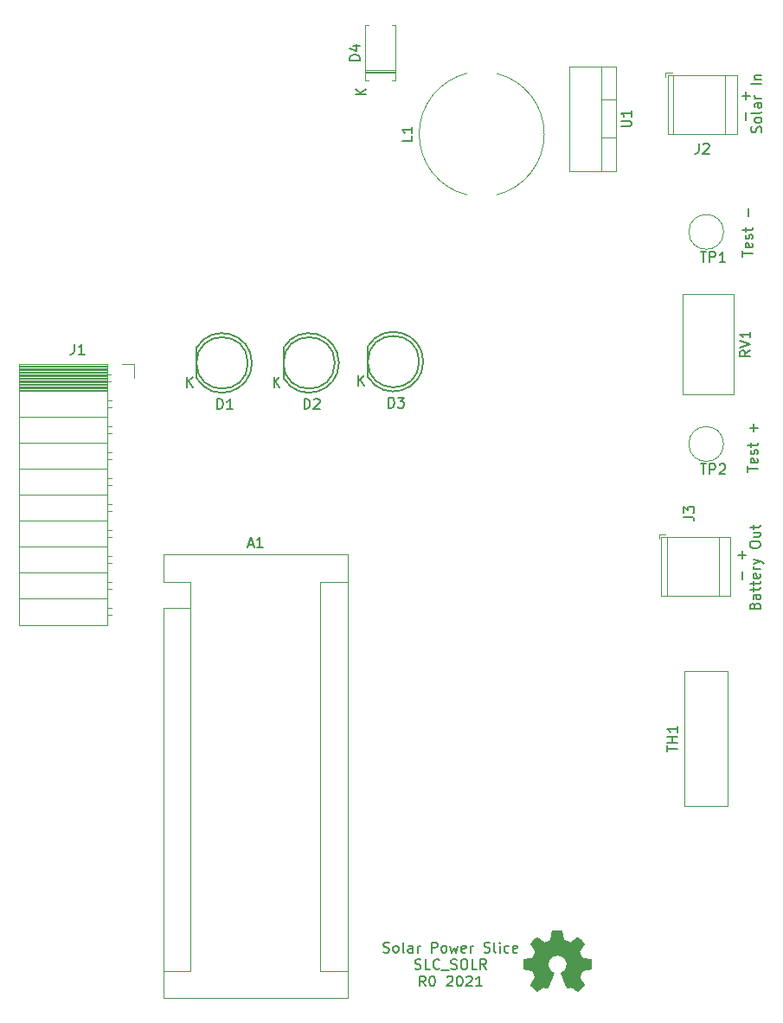
<source format=gbr>
%TF.GenerationSoftware,KiCad,Pcbnew,5.1.10-1.fc34*%
%TF.CreationDate,2021-06-08T11:44:03-04:00*%
%TF.ProjectId,BREAD_Slice,42524541-445f-4536-9c69-63652e6b6963,rev?*%
%TF.SameCoordinates,Original*%
%TF.FileFunction,Legend,Top*%
%TF.FilePolarity,Positive*%
%FSLAX46Y46*%
G04 Gerber Fmt 4.6, Leading zero omitted, Abs format (unit mm)*
G04 Created by KiCad (PCBNEW 5.1.10-1.fc34) date 2021-06-08 11:44:03*
%MOMM*%
%LPD*%
G01*
G04 APERTURE LIST*
%ADD10C,0.150000*%
%ADD11C,0.120000*%
%ADD12C,0.010000*%
G04 APERTURE END LIST*
D10*
X190251380Y-66893761D02*
X190251380Y-66322333D01*
X191251380Y-66608047D02*
X190251380Y-66608047D01*
X191203761Y-65608047D02*
X191251380Y-65703285D01*
X191251380Y-65893761D01*
X191203761Y-65989000D01*
X191108523Y-66036619D01*
X190727571Y-66036619D01*
X190632333Y-65989000D01*
X190584714Y-65893761D01*
X190584714Y-65703285D01*
X190632333Y-65608047D01*
X190727571Y-65560428D01*
X190822809Y-65560428D01*
X190918047Y-66036619D01*
X191203761Y-65179476D02*
X191251380Y-65084238D01*
X191251380Y-64893761D01*
X191203761Y-64798523D01*
X191108523Y-64750904D01*
X191060904Y-64750904D01*
X190965666Y-64798523D01*
X190918047Y-64893761D01*
X190918047Y-65036619D01*
X190870428Y-65131857D01*
X190775190Y-65179476D01*
X190727571Y-65179476D01*
X190632333Y-65131857D01*
X190584714Y-65036619D01*
X190584714Y-64893761D01*
X190632333Y-64798523D01*
X190584714Y-64465190D02*
X190584714Y-64084238D01*
X190251380Y-64322333D02*
X191108523Y-64322333D01*
X191203761Y-64274714D01*
X191251380Y-64179476D01*
X191251380Y-64084238D01*
X190870428Y-62989000D02*
X190870428Y-62227095D01*
X190759380Y-87975761D02*
X190759380Y-87404333D01*
X191759380Y-87690047D02*
X190759380Y-87690047D01*
X191711761Y-86690047D02*
X191759380Y-86785285D01*
X191759380Y-86975761D01*
X191711761Y-87071000D01*
X191616523Y-87118619D01*
X191235571Y-87118619D01*
X191140333Y-87071000D01*
X191092714Y-86975761D01*
X191092714Y-86785285D01*
X191140333Y-86690047D01*
X191235571Y-86642428D01*
X191330809Y-86642428D01*
X191426047Y-87118619D01*
X191711761Y-86261476D02*
X191759380Y-86166238D01*
X191759380Y-85975761D01*
X191711761Y-85880523D01*
X191616523Y-85832904D01*
X191568904Y-85832904D01*
X191473666Y-85880523D01*
X191426047Y-85975761D01*
X191426047Y-86118619D01*
X191378428Y-86213857D01*
X191283190Y-86261476D01*
X191235571Y-86261476D01*
X191140333Y-86213857D01*
X191092714Y-86118619D01*
X191092714Y-85975761D01*
X191140333Y-85880523D01*
X191092714Y-85547190D02*
X191092714Y-85166238D01*
X190759380Y-85404333D02*
X191616523Y-85404333D01*
X191711761Y-85356714D01*
X191759380Y-85261476D01*
X191759380Y-85166238D01*
X191378428Y-84071000D02*
X191378428Y-83309095D01*
X191759380Y-83690047D02*
X190997476Y-83690047D01*
X190235428Y-98508952D02*
X190235428Y-97747047D01*
X190235428Y-96508952D02*
X190235428Y-95747047D01*
X190616380Y-96128000D02*
X189854476Y-96128000D01*
X190616428Y-53550952D02*
X190616428Y-52789047D01*
X190616428Y-51550952D02*
X190616428Y-50789047D01*
X190997380Y-51170000D02*
X190235476Y-51170000D01*
X191489571Y-101096285D02*
X191537190Y-100953428D01*
X191584809Y-100905809D01*
X191680047Y-100858190D01*
X191822904Y-100858190D01*
X191918142Y-100905809D01*
X191965761Y-100953428D01*
X192013380Y-101048666D01*
X192013380Y-101429619D01*
X191013380Y-101429619D01*
X191013380Y-101096285D01*
X191061000Y-101001047D01*
X191108619Y-100953428D01*
X191203857Y-100905809D01*
X191299095Y-100905809D01*
X191394333Y-100953428D01*
X191441952Y-101001047D01*
X191489571Y-101096285D01*
X191489571Y-101429619D01*
X192013380Y-100001047D02*
X191489571Y-100001047D01*
X191394333Y-100048666D01*
X191346714Y-100143904D01*
X191346714Y-100334380D01*
X191394333Y-100429619D01*
X191965761Y-100001047D02*
X192013380Y-100096285D01*
X192013380Y-100334380D01*
X191965761Y-100429619D01*
X191870523Y-100477238D01*
X191775285Y-100477238D01*
X191680047Y-100429619D01*
X191632428Y-100334380D01*
X191632428Y-100096285D01*
X191584809Y-100001047D01*
X191346714Y-99667714D02*
X191346714Y-99286761D01*
X191013380Y-99524857D02*
X191870523Y-99524857D01*
X191965761Y-99477238D01*
X192013380Y-99382000D01*
X192013380Y-99286761D01*
X191346714Y-99096285D02*
X191346714Y-98715333D01*
X191013380Y-98953428D02*
X191870523Y-98953428D01*
X191965761Y-98905809D01*
X192013380Y-98810571D01*
X192013380Y-98715333D01*
X191965761Y-98001047D02*
X192013380Y-98096285D01*
X192013380Y-98286761D01*
X191965761Y-98382000D01*
X191870523Y-98429619D01*
X191489571Y-98429619D01*
X191394333Y-98382000D01*
X191346714Y-98286761D01*
X191346714Y-98096285D01*
X191394333Y-98001047D01*
X191489571Y-97953428D01*
X191584809Y-97953428D01*
X191680047Y-98429619D01*
X192013380Y-97524857D02*
X191346714Y-97524857D01*
X191537190Y-97524857D02*
X191441952Y-97477238D01*
X191394333Y-97429619D01*
X191346714Y-97334380D01*
X191346714Y-97239142D01*
X191346714Y-97001047D02*
X192013380Y-96762952D01*
X191346714Y-96524857D02*
X192013380Y-96762952D01*
X192251476Y-96858190D01*
X192299095Y-96905809D01*
X192346714Y-97001047D01*
X191013380Y-95191523D02*
X191013380Y-95001047D01*
X191061000Y-94905809D01*
X191156238Y-94810571D01*
X191346714Y-94762952D01*
X191680047Y-94762952D01*
X191870523Y-94810571D01*
X191965761Y-94905809D01*
X192013380Y-95001047D01*
X192013380Y-95191523D01*
X191965761Y-95286761D01*
X191870523Y-95382000D01*
X191680047Y-95429619D01*
X191346714Y-95429619D01*
X191156238Y-95382000D01*
X191061000Y-95286761D01*
X191013380Y-95191523D01*
X191346714Y-93905809D02*
X192013380Y-93905809D01*
X191346714Y-94334380D02*
X191870523Y-94334380D01*
X191965761Y-94286761D01*
X192013380Y-94191523D01*
X192013380Y-94048666D01*
X191965761Y-93953428D01*
X191918142Y-93905809D01*
X191346714Y-93572476D02*
X191346714Y-93191523D01*
X191013380Y-93429619D02*
X191870523Y-93429619D01*
X191965761Y-93382000D01*
X192013380Y-93286761D01*
X192013380Y-93191523D01*
X192092761Y-54749333D02*
X192140380Y-54606476D01*
X192140380Y-54368380D01*
X192092761Y-54273142D01*
X192045142Y-54225523D01*
X191949904Y-54177904D01*
X191854666Y-54177904D01*
X191759428Y-54225523D01*
X191711809Y-54273142D01*
X191664190Y-54368380D01*
X191616571Y-54558857D01*
X191568952Y-54654095D01*
X191521333Y-54701714D01*
X191426095Y-54749333D01*
X191330857Y-54749333D01*
X191235619Y-54701714D01*
X191188000Y-54654095D01*
X191140380Y-54558857D01*
X191140380Y-54320761D01*
X191188000Y-54177904D01*
X192140380Y-53606476D02*
X192092761Y-53701714D01*
X192045142Y-53749333D01*
X191949904Y-53796952D01*
X191664190Y-53796952D01*
X191568952Y-53749333D01*
X191521333Y-53701714D01*
X191473714Y-53606476D01*
X191473714Y-53463619D01*
X191521333Y-53368380D01*
X191568952Y-53320761D01*
X191664190Y-53273142D01*
X191949904Y-53273142D01*
X192045142Y-53320761D01*
X192092761Y-53368380D01*
X192140380Y-53463619D01*
X192140380Y-53606476D01*
X192140380Y-52701714D02*
X192092761Y-52796952D01*
X191997523Y-52844571D01*
X191140380Y-52844571D01*
X192140380Y-51892190D02*
X191616571Y-51892190D01*
X191521333Y-51939809D01*
X191473714Y-52035047D01*
X191473714Y-52225523D01*
X191521333Y-52320761D01*
X192092761Y-51892190D02*
X192140380Y-51987428D01*
X192140380Y-52225523D01*
X192092761Y-52320761D01*
X191997523Y-52368380D01*
X191902285Y-52368380D01*
X191807047Y-52320761D01*
X191759428Y-52225523D01*
X191759428Y-51987428D01*
X191711809Y-51892190D01*
X192140380Y-51416000D02*
X191473714Y-51416000D01*
X191664190Y-51416000D02*
X191568952Y-51368380D01*
X191521333Y-51320761D01*
X191473714Y-51225523D01*
X191473714Y-51130285D01*
X192140380Y-50035047D02*
X191140380Y-50035047D01*
X191473714Y-49558857D02*
X192140380Y-49558857D01*
X191568952Y-49558857D02*
X191521333Y-49511238D01*
X191473714Y-49416000D01*
X191473714Y-49273142D01*
X191521333Y-49177904D01*
X191616571Y-49130285D01*
X192140380Y-49130285D01*
X155144571Y-134998761D02*
X155287428Y-135046380D01*
X155525523Y-135046380D01*
X155620761Y-134998761D01*
X155668380Y-134951142D01*
X155716000Y-134855904D01*
X155716000Y-134760666D01*
X155668380Y-134665428D01*
X155620761Y-134617809D01*
X155525523Y-134570190D01*
X155335047Y-134522571D01*
X155239809Y-134474952D01*
X155192190Y-134427333D01*
X155144571Y-134332095D01*
X155144571Y-134236857D01*
X155192190Y-134141619D01*
X155239809Y-134094000D01*
X155335047Y-134046380D01*
X155573142Y-134046380D01*
X155716000Y-134094000D01*
X156287428Y-135046380D02*
X156192190Y-134998761D01*
X156144571Y-134951142D01*
X156096952Y-134855904D01*
X156096952Y-134570190D01*
X156144571Y-134474952D01*
X156192190Y-134427333D01*
X156287428Y-134379714D01*
X156430285Y-134379714D01*
X156525523Y-134427333D01*
X156573142Y-134474952D01*
X156620761Y-134570190D01*
X156620761Y-134855904D01*
X156573142Y-134951142D01*
X156525523Y-134998761D01*
X156430285Y-135046380D01*
X156287428Y-135046380D01*
X157192190Y-135046380D02*
X157096952Y-134998761D01*
X157049333Y-134903523D01*
X157049333Y-134046380D01*
X158001714Y-135046380D02*
X158001714Y-134522571D01*
X157954095Y-134427333D01*
X157858857Y-134379714D01*
X157668380Y-134379714D01*
X157573142Y-134427333D01*
X158001714Y-134998761D02*
X157906476Y-135046380D01*
X157668380Y-135046380D01*
X157573142Y-134998761D01*
X157525523Y-134903523D01*
X157525523Y-134808285D01*
X157573142Y-134713047D01*
X157668380Y-134665428D01*
X157906476Y-134665428D01*
X158001714Y-134617809D01*
X158477904Y-135046380D02*
X158477904Y-134379714D01*
X158477904Y-134570190D02*
X158525523Y-134474952D01*
X158573142Y-134427333D01*
X158668380Y-134379714D01*
X158763619Y-134379714D01*
X159858857Y-135046380D02*
X159858857Y-134046380D01*
X160239809Y-134046380D01*
X160335047Y-134094000D01*
X160382666Y-134141619D01*
X160430285Y-134236857D01*
X160430285Y-134379714D01*
X160382666Y-134474952D01*
X160335047Y-134522571D01*
X160239809Y-134570190D01*
X159858857Y-134570190D01*
X161001714Y-135046380D02*
X160906476Y-134998761D01*
X160858857Y-134951142D01*
X160811238Y-134855904D01*
X160811238Y-134570190D01*
X160858857Y-134474952D01*
X160906476Y-134427333D01*
X161001714Y-134379714D01*
X161144571Y-134379714D01*
X161239809Y-134427333D01*
X161287428Y-134474952D01*
X161335047Y-134570190D01*
X161335047Y-134855904D01*
X161287428Y-134951142D01*
X161239809Y-134998761D01*
X161144571Y-135046380D01*
X161001714Y-135046380D01*
X161668380Y-134379714D02*
X161858857Y-135046380D01*
X162049333Y-134570190D01*
X162239809Y-135046380D01*
X162430285Y-134379714D01*
X163192190Y-134998761D02*
X163096952Y-135046380D01*
X162906476Y-135046380D01*
X162811238Y-134998761D01*
X162763619Y-134903523D01*
X162763619Y-134522571D01*
X162811238Y-134427333D01*
X162906476Y-134379714D01*
X163096952Y-134379714D01*
X163192190Y-134427333D01*
X163239809Y-134522571D01*
X163239809Y-134617809D01*
X162763619Y-134713047D01*
X163668380Y-135046380D02*
X163668380Y-134379714D01*
X163668380Y-134570190D02*
X163716000Y-134474952D01*
X163763619Y-134427333D01*
X163858857Y-134379714D01*
X163954095Y-134379714D01*
X165001714Y-134998761D02*
X165144571Y-135046380D01*
X165382666Y-135046380D01*
X165477904Y-134998761D01*
X165525523Y-134951142D01*
X165573142Y-134855904D01*
X165573142Y-134760666D01*
X165525523Y-134665428D01*
X165477904Y-134617809D01*
X165382666Y-134570190D01*
X165192190Y-134522571D01*
X165096952Y-134474952D01*
X165049333Y-134427333D01*
X165001714Y-134332095D01*
X165001714Y-134236857D01*
X165049333Y-134141619D01*
X165096952Y-134094000D01*
X165192190Y-134046380D01*
X165430285Y-134046380D01*
X165573142Y-134094000D01*
X166144571Y-135046380D02*
X166049333Y-134998761D01*
X166001714Y-134903523D01*
X166001714Y-134046380D01*
X166525523Y-135046380D02*
X166525523Y-134379714D01*
X166525523Y-134046380D02*
X166477904Y-134094000D01*
X166525523Y-134141619D01*
X166573142Y-134094000D01*
X166525523Y-134046380D01*
X166525523Y-134141619D01*
X167430285Y-134998761D02*
X167335047Y-135046380D01*
X167144571Y-135046380D01*
X167049333Y-134998761D01*
X167001714Y-134951142D01*
X166954095Y-134855904D01*
X166954095Y-134570190D01*
X167001714Y-134474952D01*
X167049333Y-134427333D01*
X167144571Y-134379714D01*
X167335047Y-134379714D01*
X167430285Y-134427333D01*
X168239809Y-134998761D02*
X168144571Y-135046380D01*
X167954095Y-135046380D01*
X167858857Y-134998761D01*
X167811238Y-134903523D01*
X167811238Y-134522571D01*
X167858857Y-134427333D01*
X167954095Y-134379714D01*
X168144571Y-134379714D01*
X168239809Y-134427333D01*
X168287428Y-134522571D01*
X168287428Y-134617809D01*
X167811238Y-134713047D01*
X158239809Y-136648761D02*
X158382666Y-136696380D01*
X158620761Y-136696380D01*
X158716000Y-136648761D01*
X158763619Y-136601142D01*
X158811238Y-136505904D01*
X158811238Y-136410666D01*
X158763619Y-136315428D01*
X158716000Y-136267809D01*
X158620761Y-136220190D01*
X158430285Y-136172571D01*
X158335047Y-136124952D01*
X158287428Y-136077333D01*
X158239809Y-135982095D01*
X158239809Y-135886857D01*
X158287428Y-135791619D01*
X158335047Y-135744000D01*
X158430285Y-135696380D01*
X158668380Y-135696380D01*
X158811238Y-135744000D01*
X159716000Y-136696380D02*
X159239809Y-136696380D01*
X159239809Y-135696380D01*
X160620761Y-136601142D02*
X160573142Y-136648761D01*
X160430285Y-136696380D01*
X160335047Y-136696380D01*
X160192190Y-136648761D01*
X160096952Y-136553523D01*
X160049333Y-136458285D01*
X160001714Y-136267809D01*
X160001714Y-136124952D01*
X160049333Y-135934476D01*
X160096952Y-135839238D01*
X160192190Y-135744000D01*
X160335047Y-135696380D01*
X160430285Y-135696380D01*
X160573142Y-135744000D01*
X160620761Y-135791619D01*
X160811238Y-136791619D02*
X161573142Y-136791619D01*
X161763619Y-136648761D02*
X161906476Y-136696380D01*
X162144571Y-136696380D01*
X162239809Y-136648761D01*
X162287428Y-136601142D01*
X162335047Y-136505904D01*
X162335047Y-136410666D01*
X162287428Y-136315428D01*
X162239809Y-136267809D01*
X162144571Y-136220190D01*
X161954095Y-136172571D01*
X161858857Y-136124952D01*
X161811238Y-136077333D01*
X161763619Y-135982095D01*
X161763619Y-135886857D01*
X161811238Y-135791619D01*
X161858857Y-135744000D01*
X161954095Y-135696380D01*
X162192190Y-135696380D01*
X162335047Y-135744000D01*
X162954095Y-135696380D02*
X163144571Y-135696380D01*
X163239809Y-135744000D01*
X163335047Y-135839238D01*
X163382666Y-136029714D01*
X163382666Y-136363047D01*
X163335047Y-136553523D01*
X163239809Y-136648761D01*
X163144571Y-136696380D01*
X162954095Y-136696380D01*
X162858857Y-136648761D01*
X162763619Y-136553523D01*
X162716000Y-136363047D01*
X162716000Y-136029714D01*
X162763619Y-135839238D01*
X162858857Y-135744000D01*
X162954095Y-135696380D01*
X164287428Y-136696380D02*
X163811238Y-136696380D01*
X163811238Y-135696380D01*
X165192190Y-136696380D02*
X164858857Y-136220190D01*
X164620761Y-136696380D02*
X164620761Y-135696380D01*
X165001714Y-135696380D01*
X165096952Y-135744000D01*
X165144571Y-135791619D01*
X165192190Y-135886857D01*
X165192190Y-136029714D01*
X165144571Y-136124952D01*
X165096952Y-136172571D01*
X165001714Y-136220190D01*
X164620761Y-136220190D01*
X159263619Y-138346380D02*
X158930285Y-137870190D01*
X158692190Y-138346380D02*
X158692190Y-137346380D01*
X159073142Y-137346380D01*
X159168380Y-137394000D01*
X159216000Y-137441619D01*
X159263619Y-137536857D01*
X159263619Y-137679714D01*
X159216000Y-137774952D01*
X159168380Y-137822571D01*
X159073142Y-137870190D01*
X158692190Y-137870190D01*
X159882666Y-137346380D02*
X159977904Y-137346380D01*
X160073142Y-137394000D01*
X160120761Y-137441619D01*
X160168380Y-137536857D01*
X160216000Y-137727333D01*
X160216000Y-137965428D01*
X160168380Y-138155904D01*
X160120761Y-138251142D01*
X160073142Y-138298761D01*
X159977904Y-138346380D01*
X159882666Y-138346380D01*
X159787428Y-138298761D01*
X159739809Y-138251142D01*
X159692190Y-138155904D01*
X159644571Y-137965428D01*
X159644571Y-137727333D01*
X159692190Y-137536857D01*
X159739809Y-137441619D01*
X159787428Y-137394000D01*
X159882666Y-137346380D01*
X161358857Y-137441619D02*
X161406476Y-137394000D01*
X161501714Y-137346380D01*
X161739809Y-137346380D01*
X161835047Y-137394000D01*
X161882666Y-137441619D01*
X161930285Y-137536857D01*
X161930285Y-137632095D01*
X161882666Y-137774952D01*
X161311238Y-138346380D01*
X161930285Y-138346380D01*
X162549333Y-137346380D02*
X162644571Y-137346380D01*
X162739809Y-137394000D01*
X162787428Y-137441619D01*
X162835047Y-137536857D01*
X162882666Y-137727333D01*
X162882666Y-137965428D01*
X162835047Y-138155904D01*
X162787428Y-138251142D01*
X162739809Y-138298761D01*
X162644571Y-138346380D01*
X162549333Y-138346380D01*
X162454095Y-138298761D01*
X162406476Y-138251142D01*
X162358857Y-138155904D01*
X162311238Y-137965428D01*
X162311238Y-137727333D01*
X162358857Y-137536857D01*
X162406476Y-137441619D01*
X162454095Y-137394000D01*
X162549333Y-137346380D01*
X163263619Y-137441619D02*
X163311238Y-137394000D01*
X163406476Y-137346380D01*
X163644571Y-137346380D01*
X163739809Y-137394000D01*
X163787428Y-137441619D01*
X163835047Y-137536857D01*
X163835047Y-137632095D01*
X163787428Y-137774952D01*
X163216000Y-138346380D01*
X163835047Y-138346380D01*
X164787428Y-138346380D02*
X164216000Y-138346380D01*
X164501714Y-138346380D02*
X164501714Y-137346380D01*
X164406476Y-137489238D01*
X164311238Y-137584476D01*
X164216000Y-137632095D01*
D11*
%TO.C,U1*%
X177940000Y-55261000D02*
X176430000Y-55261000D01*
X177940000Y-51561000D02*
X176430000Y-51561000D01*
X176430000Y-48290000D02*
X176430000Y-58531000D01*
X177940000Y-58531000D02*
X173299000Y-58531000D01*
X177940000Y-48290000D02*
X173299000Y-48290000D01*
X173299000Y-48290000D02*
X173299000Y-58531000D01*
X177940000Y-48290000D02*
X177940000Y-58531000D01*
%TO.C,TP1*%
X188435000Y-64489000D02*
G75*
G03*
X188435000Y-64489000I-1700000J0D01*
G01*
%TO.C,TP2*%
X188435000Y-85253500D02*
G75*
G03*
X188435000Y-85253500I-1700000J0D01*
G01*
%TO.C,TH1*%
X184615000Y-107471000D02*
X188855000Y-107471000D01*
X184615000Y-120711000D02*
X188855000Y-120711000D01*
X188855000Y-120711000D02*
X188855000Y-107471000D01*
X184615000Y-120711000D02*
X184615000Y-107471000D01*
%TO.C,RV1*%
X189455500Y-80359500D02*
X184385500Y-80359500D01*
X189455500Y-70589500D02*
X184385500Y-70589500D01*
X184385500Y-70589500D02*
X184385500Y-80359500D01*
X189455500Y-70589500D02*
X189455500Y-80359500D01*
%TO.C,L1*%
X166224000Y-48973701D02*
G75*
G02*
X166224000Y-60860299I-1460000J-5943299D01*
G01*
X163304000Y-48973701D02*
G75*
G03*
X163304000Y-60860299I1460000J-5943299D01*
G01*
%TO.C,J3*%
X182109000Y-94125000D02*
X182109000Y-94525000D01*
X182749000Y-94125000D02*
X182109000Y-94125000D01*
X189089000Y-100145000D02*
X182349000Y-100145000D01*
X189089000Y-94365000D02*
X182349000Y-94365000D01*
X182349000Y-94365000D02*
X182349000Y-100145000D01*
X189089000Y-94365000D02*
X189089000Y-100145000D01*
X187969000Y-94365000D02*
X187969000Y-100145000D01*
X182869000Y-94365000D02*
X182869000Y-100145000D01*
%TO.C,J2*%
X182744000Y-48913000D02*
X182744000Y-49313000D01*
X183384000Y-48913000D02*
X182744000Y-48913000D01*
X189724000Y-54933000D02*
X182984000Y-54933000D01*
X189724000Y-49153000D02*
X182984000Y-49153000D01*
X182984000Y-49153000D02*
X182984000Y-54933000D01*
X189724000Y-49153000D02*
X189724000Y-54933000D01*
X188604000Y-49153000D02*
X188604000Y-54933000D01*
X183504000Y-49153000D02*
X183504000Y-54933000D01*
%TO.C,D4*%
X153388000Y-48903000D02*
X156328000Y-48903000D01*
X153388000Y-48663000D02*
X156328000Y-48663000D01*
X153388000Y-48783000D02*
X156328000Y-48783000D01*
X156328000Y-44243000D02*
X155998000Y-44243000D01*
X156328000Y-49683000D02*
X156328000Y-44243000D01*
X155998000Y-49683000D02*
X156328000Y-49683000D01*
X153388000Y-44243000D02*
X153718000Y-44243000D01*
X153388000Y-49683000D02*
X153388000Y-44243000D01*
X153718000Y-49683000D02*
X153388000Y-49683000D01*
D10*
%TO.C,D3*%
X158645936Y-77189000D02*
G75*
G03*
X158645936Y-77189000I-2517936J0D01*
G01*
X153628000Y-78689000D02*
X153628000Y-75689000D01*
X153643112Y-78713904D02*
G75*
G03*
X153628000Y-75689000I2484888J1524904D01*
G01*
%TO.C,D2*%
X150390936Y-77316000D02*
G75*
G03*
X150390936Y-77316000I-2517936J0D01*
G01*
X145373000Y-78816000D02*
X145373000Y-75816000D01*
X145388112Y-78840904D02*
G75*
G03*
X145373000Y-75816000I2484888J1524904D01*
G01*
%TO.C,D1*%
X141881936Y-77316000D02*
G75*
G03*
X141881936Y-77316000I-2517936J0D01*
G01*
X136864000Y-78816000D02*
X136864000Y-75816000D01*
X136879112Y-78840904D02*
G75*
G03*
X136864000Y-75816000I2484888J1524904D01*
G01*
D12*
%TO.C,Logo1*%
G36*
X172685814Y-133331931D02*
G01*
X172769635Y-133776555D01*
X173078920Y-133904053D01*
X173388206Y-134031551D01*
X173759246Y-133779246D01*
X173863157Y-133708996D01*
X173957087Y-133646272D01*
X174036652Y-133593938D01*
X174097470Y-133554857D01*
X174135157Y-133531893D01*
X174145421Y-133526942D01*
X174163910Y-133539676D01*
X174203420Y-133574882D01*
X174259522Y-133628062D01*
X174327787Y-133694718D01*
X174403786Y-133770354D01*
X174483092Y-133850472D01*
X174561275Y-133930574D01*
X174633907Y-134006164D01*
X174696559Y-134072745D01*
X174744803Y-134125818D01*
X174774210Y-134160887D01*
X174781241Y-134172623D01*
X174771123Y-134194260D01*
X174742759Y-134241662D01*
X174699129Y-134310193D01*
X174643218Y-134395215D01*
X174578006Y-134492093D01*
X174540219Y-134547350D01*
X174471343Y-134648248D01*
X174410140Y-134739299D01*
X174359578Y-134815970D01*
X174322628Y-134873728D01*
X174302258Y-134908043D01*
X174299197Y-134915254D01*
X174306136Y-134935748D01*
X174325051Y-134983513D01*
X174353087Y-135051832D01*
X174387391Y-135133989D01*
X174425109Y-135223270D01*
X174463387Y-135312958D01*
X174499370Y-135396338D01*
X174530206Y-135466694D01*
X174553039Y-135517310D01*
X174565017Y-135541471D01*
X174565724Y-135542422D01*
X174584531Y-135547036D01*
X174634618Y-135557328D01*
X174710793Y-135572287D01*
X174807865Y-135590901D01*
X174920643Y-135612159D01*
X174986442Y-135624418D01*
X175106950Y-135647362D01*
X175215797Y-135669195D01*
X175307476Y-135688722D01*
X175376481Y-135704748D01*
X175417304Y-135716079D01*
X175425511Y-135719674D01*
X175433548Y-135744006D01*
X175440033Y-135798959D01*
X175444970Y-135878108D01*
X175448364Y-135975026D01*
X175450218Y-136083287D01*
X175450538Y-136196465D01*
X175449327Y-136308135D01*
X175446590Y-136411868D01*
X175442331Y-136501241D01*
X175436555Y-136569826D01*
X175429267Y-136611197D01*
X175424895Y-136619810D01*
X175398764Y-136630133D01*
X175343393Y-136644892D01*
X175266107Y-136662352D01*
X175174230Y-136680780D01*
X175142158Y-136686741D01*
X174987524Y-136715066D01*
X174865375Y-136737876D01*
X174771673Y-136756080D01*
X174702384Y-136770583D01*
X174653471Y-136782292D01*
X174620897Y-136792115D01*
X174600628Y-136800956D01*
X174588626Y-136809724D01*
X174586947Y-136811457D01*
X174570184Y-136839371D01*
X174544614Y-136893695D01*
X174512788Y-136967777D01*
X174477260Y-137054965D01*
X174440583Y-137148608D01*
X174405311Y-137242052D01*
X174373996Y-137328647D01*
X174349193Y-137401740D01*
X174333454Y-137454678D01*
X174329332Y-137480811D01*
X174329676Y-137481726D01*
X174343641Y-137503086D01*
X174375322Y-137550084D01*
X174421391Y-137617827D01*
X174478518Y-137701423D01*
X174543373Y-137795982D01*
X174561843Y-137822854D01*
X174627699Y-137920275D01*
X174685650Y-138009163D01*
X174732538Y-138084412D01*
X174765207Y-138140920D01*
X174780500Y-138173581D01*
X174781241Y-138177593D01*
X174768392Y-138198684D01*
X174732888Y-138240464D01*
X174679293Y-138298445D01*
X174612171Y-138368135D01*
X174536087Y-138445045D01*
X174455604Y-138524683D01*
X174375287Y-138602561D01*
X174299699Y-138674186D01*
X174233405Y-138735070D01*
X174180969Y-138780721D01*
X174146955Y-138806650D01*
X174137545Y-138810883D01*
X174115643Y-138800912D01*
X174070800Y-138774020D01*
X174010321Y-138734736D01*
X173963789Y-138703117D01*
X173879475Y-138645098D01*
X173779626Y-138576784D01*
X173679473Y-138508579D01*
X173625627Y-138472075D01*
X173443371Y-138348800D01*
X173290381Y-138431520D01*
X173220682Y-138467759D01*
X173161414Y-138495926D01*
X173121311Y-138511991D01*
X173111103Y-138514226D01*
X173098829Y-138497722D01*
X173074613Y-138451082D01*
X173040263Y-138378609D01*
X172997588Y-138284606D01*
X172948394Y-138173374D01*
X172894490Y-138049215D01*
X172837684Y-137916432D01*
X172779782Y-137779327D01*
X172722593Y-137642202D01*
X172667924Y-137509358D01*
X172617584Y-137385098D01*
X172573380Y-137273725D01*
X172537119Y-137179539D01*
X172510609Y-137106844D01*
X172495658Y-137059941D01*
X172493254Y-137043833D01*
X172512311Y-137023286D01*
X172554036Y-136989933D01*
X172609706Y-136950702D01*
X172614378Y-136947599D01*
X172758264Y-136832423D01*
X172874283Y-136698053D01*
X172961430Y-136548784D01*
X173018699Y-136388913D01*
X173045086Y-136222737D01*
X173039585Y-136054552D01*
X173001190Y-135888655D01*
X172928895Y-135729342D01*
X172907626Y-135694487D01*
X172796996Y-135553737D01*
X172666302Y-135440714D01*
X172520064Y-135356003D01*
X172362808Y-135300194D01*
X172199057Y-135273874D01*
X172033333Y-135277630D01*
X171870162Y-135312050D01*
X171714065Y-135377723D01*
X171569567Y-135475235D01*
X171524869Y-135514813D01*
X171411112Y-135638703D01*
X171328218Y-135769124D01*
X171271356Y-135915315D01*
X171239687Y-136060088D01*
X171231869Y-136222860D01*
X171257938Y-136386440D01*
X171315245Y-136545298D01*
X171401144Y-136693906D01*
X171512986Y-136826735D01*
X171648123Y-136938256D01*
X171665883Y-136950011D01*
X171722150Y-136988508D01*
X171764923Y-137021863D01*
X171785372Y-137043160D01*
X171785669Y-137043833D01*
X171781279Y-137066871D01*
X171763876Y-137119157D01*
X171735268Y-137196390D01*
X171697265Y-137294268D01*
X171651674Y-137408491D01*
X171600303Y-137534758D01*
X171544962Y-137668767D01*
X171487458Y-137806218D01*
X171429601Y-137942808D01*
X171373198Y-138074237D01*
X171320058Y-138196205D01*
X171271990Y-138304409D01*
X171230801Y-138394549D01*
X171198301Y-138462323D01*
X171176297Y-138503430D01*
X171167436Y-138514226D01*
X171140360Y-138505819D01*
X171089697Y-138483272D01*
X171024183Y-138450613D01*
X170988159Y-138431520D01*
X170835168Y-138348800D01*
X170652912Y-138472075D01*
X170559875Y-138535228D01*
X170458015Y-138604727D01*
X170362562Y-138670165D01*
X170314750Y-138703117D01*
X170247505Y-138748273D01*
X170190564Y-138784057D01*
X170151354Y-138805938D01*
X170138619Y-138810563D01*
X170120083Y-138798085D01*
X170079059Y-138763252D01*
X170019525Y-138709678D01*
X169945458Y-138640983D01*
X169860835Y-138560781D01*
X169807315Y-138509286D01*
X169713681Y-138417286D01*
X169632759Y-138334999D01*
X169567823Y-138265945D01*
X169522142Y-138213644D01*
X169498989Y-138181616D01*
X169496768Y-138175116D01*
X169507076Y-138150394D01*
X169535561Y-138100405D01*
X169579063Y-138030212D01*
X169634423Y-137944875D01*
X169698480Y-137849456D01*
X169716697Y-137822854D01*
X169783073Y-137726167D01*
X169842622Y-137639117D01*
X169892016Y-137566595D01*
X169927925Y-137513493D01*
X169947019Y-137484703D01*
X169948864Y-137481726D01*
X169946105Y-137458782D01*
X169931462Y-137408336D01*
X169907487Y-137337041D01*
X169876734Y-137251547D01*
X169841756Y-137158507D01*
X169805107Y-137064574D01*
X169769339Y-136976399D01*
X169737006Y-136900634D01*
X169710662Y-136843931D01*
X169692858Y-136812943D01*
X169691593Y-136811457D01*
X169680706Y-136802601D01*
X169662318Y-136793843D01*
X169632394Y-136784277D01*
X169586897Y-136772996D01*
X169521791Y-136759093D01*
X169433039Y-136741663D01*
X169316607Y-136719798D01*
X169168458Y-136692591D01*
X169136382Y-136686741D01*
X169041314Y-136668374D01*
X168958435Y-136650405D01*
X168895070Y-136634569D01*
X168858542Y-136622600D01*
X168853644Y-136619810D01*
X168845573Y-136595072D01*
X168839013Y-136539790D01*
X168833967Y-136460389D01*
X168830441Y-136363296D01*
X168828439Y-136254938D01*
X168827964Y-136141740D01*
X168829023Y-136030128D01*
X168831618Y-135926529D01*
X168835754Y-135837368D01*
X168841437Y-135769072D01*
X168848669Y-135728066D01*
X168853029Y-135719674D01*
X168877302Y-135711208D01*
X168932574Y-135697435D01*
X169013338Y-135679550D01*
X169114088Y-135658748D01*
X169229317Y-135636223D01*
X169292098Y-135624418D01*
X169411213Y-135602151D01*
X169517435Y-135581979D01*
X169605573Y-135564915D01*
X169670434Y-135551969D01*
X169706826Y-135544155D01*
X169712816Y-135542422D01*
X169722939Y-135522890D01*
X169744338Y-135475843D01*
X169774161Y-135408003D01*
X169809555Y-135326091D01*
X169847668Y-135236828D01*
X169885647Y-135146935D01*
X169920640Y-135063135D01*
X169949794Y-134992147D01*
X169970257Y-134940694D01*
X169979177Y-134915497D01*
X169979343Y-134914396D01*
X169969231Y-134894519D01*
X169940883Y-134848777D01*
X169897277Y-134781717D01*
X169841394Y-134697884D01*
X169776213Y-134601826D01*
X169738321Y-134546650D01*
X169669275Y-134445481D01*
X169607950Y-134353630D01*
X169557337Y-134275744D01*
X169520429Y-134216469D01*
X169500218Y-134180451D01*
X169497299Y-134172377D01*
X169509847Y-134153584D01*
X169544537Y-134113457D01*
X169596937Y-134056493D01*
X169662616Y-133987185D01*
X169737144Y-133910031D01*
X169816087Y-133829525D01*
X169895017Y-133750163D01*
X169969500Y-133676440D01*
X170035106Y-133612852D01*
X170087404Y-133563894D01*
X170121961Y-133534061D01*
X170133522Y-133526942D01*
X170152346Y-133536953D01*
X170197369Y-133565078D01*
X170264213Y-133608454D01*
X170348501Y-133664218D01*
X170445856Y-133729506D01*
X170519293Y-133779246D01*
X170890333Y-134031551D01*
X171508905Y-133776555D01*
X171592725Y-133331931D01*
X171676546Y-132887307D01*
X172601994Y-132887307D01*
X172685814Y-133331931D01*
G37*
X172685814Y-133331931D02*
X172769635Y-133776555D01*
X173078920Y-133904053D01*
X173388206Y-134031551D01*
X173759246Y-133779246D01*
X173863157Y-133708996D01*
X173957087Y-133646272D01*
X174036652Y-133593938D01*
X174097470Y-133554857D01*
X174135157Y-133531893D01*
X174145421Y-133526942D01*
X174163910Y-133539676D01*
X174203420Y-133574882D01*
X174259522Y-133628062D01*
X174327787Y-133694718D01*
X174403786Y-133770354D01*
X174483092Y-133850472D01*
X174561275Y-133930574D01*
X174633907Y-134006164D01*
X174696559Y-134072745D01*
X174744803Y-134125818D01*
X174774210Y-134160887D01*
X174781241Y-134172623D01*
X174771123Y-134194260D01*
X174742759Y-134241662D01*
X174699129Y-134310193D01*
X174643218Y-134395215D01*
X174578006Y-134492093D01*
X174540219Y-134547350D01*
X174471343Y-134648248D01*
X174410140Y-134739299D01*
X174359578Y-134815970D01*
X174322628Y-134873728D01*
X174302258Y-134908043D01*
X174299197Y-134915254D01*
X174306136Y-134935748D01*
X174325051Y-134983513D01*
X174353087Y-135051832D01*
X174387391Y-135133989D01*
X174425109Y-135223270D01*
X174463387Y-135312958D01*
X174499370Y-135396338D01*
X174530206Y-135466694D01*
X174553039Y-135517310D01*
X174565017Y-135541471D01*
X174565724Y-135542422D01*
X174584531Y-135547036D01*
X174634618Y-135557328D01*
X174710793Y-135572287D01*
X174807865Y-135590901D01*
X174920643Y-135612159D01*
X174986442Y-135624418D01*
X175106950Y-135647362D01*
X175215797Y-135669195D01*
X175307476Y-135688722D01*
X175376481Y-135704748D01*
X175417304Y-135716079D01*
X175425511Y-135719674D01*
X175433548Y-135744006D01*
X175440033Y-135798959D01*
X175444970Y-135878108D01*
X175448364Y-135975026D01*
X175450218Y-136083287D01*
X175450538Y-136196465D01*
X175449327Y-136308135D01*
X175446590Y-136411868D01*
X175442331Y-136501241D01*
X175436555Y-136569826D01*
X175429267Y-136611197D01*
X175424895Y-136619810D01*
X175398764Y-136630133D01*
X175343393Y-136644892D01*
X175266107Y-136662352D01*
X175174230Y-136680780D01*
X175142158Y-136686741D01*
X174987524Y-136715066D01*
X174865375Y-136737876D01*
X174771673Y-136756080D01*
X174702384Y-136770583D01*
X174653471Y-136782292D01*
X174620897Y-136792115D01*
X174600628Y-136800956D01*
X174588626Y-136809724D01*
X174586947Y-136811457D01*
X174570184Y-136839371D01*
X174544614Y-136893695D01*
X174512788Y-136967777D01*
X174477260Y-137054965D01*
X174440583Y-137148608D01*
X174405311Y-137242052D01*
X174373996Y-137328647D01*
X174349193Y-137401740D01*
X174333454Y-137454678D01*
X174329332Y-137480811D01*
X174329676Y-137481726D01*
X174343641Y-137503086D01*
X174375322Y-137550084D01*
X174421391Y-137617827D01*
X174478518Y-137701423D01*
X174543373Y-137795982D01*
X174561843Y-137822854D01*
X174627699Y-137920275D01*
X174685650Y-138009163D01*
X174732538Y-138084412D01*
X174765207Y-138140920D01*
X174780500Y-138173581D01*
X174781241Y-138177593D01*
X174768392Y-138198684D01*
X174732888Y-138240464D01*
X174679293Y-138298445D01*
X174612171Y-138368135D01*
X174536087Y-138445045D01*
X174455604Y-138524683D01*
X174375287Y-138602561D01*
X174299699Y-138674186D01*
X174233405Y-138735070D01*
X174180969Y-138780721D01*
X174146955Y-138806650D01*
X174137545Y-138810883D01*
X174115643Y-138800912D01*
X174070800Y-138774020D01*
X174010321Y-138734736D01*
X173963789Y-138703117D01*
X173879475Y-138645098D01*
X173779626Y-138576784D01*
X173679473Y-138508579D01*
X173625627Y-138472075D01*
X173443371Y-138348800D01*
X173290381Y-138431520D01*
X173220682Y-138467759D01*
X173161414Y-138495926D01*
X173121311Y-138511991D01*
X173111103Y-138514226D01*
X173098829Y-138497722D01*
X173074613Y-138451082D01*
X173040263Y-138378609D01*
X172997588Y-138284606D01*
X172948394Y-138173374D01*
X172894490Y-138049215D01*
X172837684Y-137916432D01*
X172779782Y-137779327D01*
X172722593Y-137642202D01*
X172667924Y-137509358D01*
X172617584Y-137385098D01*
X172573380Y-137273725D01*
X172537119Y-137179539D01*
X172510609Y-137106844D01*
X172495658Y-137059941D01*
X172493254Y-137043833D01*
X172512311Y-137023286D01*
X172554036Y-136989933D01*
X172609706Y-136950702D01*
X172614378Y-136947599D01*
X172758264Y-136832423D01*
X172874283Y-136698053D01*
X172961430Y-136548784D01*
X173018699Y-136388913D01*
X173045086Y-136222737D01*
X173039585Y-136054552D01*
X173001190Y-135888655D01*
X172928895Y-135729342D01*
X172907626Y-135694487D01*
X172796996Y-135553737D01*
X172666302Y-135440714D01*
X172520064Y-135356003D01*
X172362808Y-135300194D01*
X172199057Y-135273874D01*
X172033333Y-135277630D01*
X171870162Y-135312050D01*
X171714065Y-135377723D01*
X171569567Y-135475235D01*
X171524869Y-135514813D01*
X171411112Y-135638703D01*
X171328218Y-135769124D01*
X171271356Y-135915315D01*
X171239687Y-136060088D01*
X171231869Y-136222860D01*
X171257938Y-136386440D01*
X171315245Y-136545298D01*
X171401144Y-136693906D01*
X171512986Y-136826735D01*
X171648123Y-136938256D01*
X171665883Y-136950011D01*
X171722150Y-136988508D01*
X171764923Y-137021863D01*
X171785372Y-137043160D01*
X171785669Y-137043833D01*
X171781279Y-137066871D01*
X171763876Y-137119157D01*
X171735268Y-137196390D01*
X171697265Y-137294268D01*
X171651674Y-137408491D01*
X171600303Y-137534758D01*
X171544962Y-137668767D01*
X171487458Y-137806218D01*
X171429601Y-137942808D01*
X171373198Y-138074237D01*
X171320058Y-138196205D01*
X171271990Y-138304409D01*
X171230801Y-138394549D01*
X171198301Y-138462323D01*
X171176297Y-138503430D01*
X171167436Y-138514226D01*
X171140360Y-138505819D01*
X171089697Y-138483272D01*
X171024183Y-138450613D01*
X170988159Y-138431520D01*
X170835168Y-138348800D01*
X170652912Y-138472075D01*
X170559875Y-138535228D01*
X170458015Y-138604727D01*
X170362562Y-138670165D01*
X170314750Y-138703117D01*
X170247505Y-138748273D01*
X170190564Y-138784057D01*
X170151354Y-138805938D01*
X170138619Y-138810563D01*
X170120083Y-138798085D01*
X170079059Y-138763252D01*
X170019525Y-138709678D01*
X169945458Y-138640983D01*
X169860835Y-138560781D01*
X169807315Y-138509286D01*
X169713681Y-138417286D01*
X169632759Y-138334999D01*
X169567823Y-138265945D01*
X169522142Y-138213644D01*
X169498989Y-138181616D01*
X169496768Y-138175116D01*
X169507076Y-138150394D01*
X169535561Y-138100405D01*
X169579063Y-138030212D01*
X169634423Y-137944875D01*
X169698480Y-137849456D01*
X169716697Y-137822854D01*
X169783073Y-137726167D01*
X169842622Y-137639117D01*
X169892016Y-137566595D01*
X169927925Y-137513493D01*
X169947019Y-137484703D01*
X169948864Y-137481726D01*
X169946105Y-137458782D01*
X169931462Y-137408336D01*
X169907487Y-137337041D01*
X169876734Y-137251547D01*
X169841756Y-137158507D01*
X169805107Y-137064574D01*
X169769339Y-136976399D01*
X169737006Y-136900634D01*
X169710662Y-136843931D01*
X169692858Y-136812943D01*
X169691593Y-136811457D01*
X169680706Y-136802601D01*
X169662318Y-136793843D01*
X169632394Y-136784277D01*
X169586897Y-136772996D01*
X169521791Y-136759093D01*
X169433039Y-136741663D01*
X169316607Y-136719798D01*
X169168458Y-136692591D01*
X169136382Y-136686741D01*
X169041314Y-136668374D01*
X168958435Y-136650405D01*
X168895070Y-136634569D01*
X168858542Y-136622600D01*
X168853644Y-136619810D01*
X168845573Y-136595072D01*
X168839013Y-136539790D01*
X168833967Y-136460389D01*
X168830441Y-136363296D01*
X168828439Y-136254938D01*
X168827964Y-136141740D01*
X168829023Y-136030128D01*
X168831618Y-135926529D01*
X168835754Y-135837368D01*
X168841437Y-135769072D01*
X168848669Y-135728066D01*
X168853029Y-135719674D01*
X168877302Y-135711208D01*
X168932574Y-135697435D01*
X169013338Y-135679550D01*
X169114088Y-135658748D01*
X169229317Y-135636223D01*
X169292098Y-135624418D01*
X169411213Y-135602151D01*
X169517435Y-135581979D01*
X169605573Y-135564915D01*
X169670434Y-135551969D01*
X169706826Y-135544155D01*
X169712816Y-135542422D01*
X169722939Y-135522890D01*
X169744338Y-135475843D01*
X169774161Y-135408003D01*
X169809555Y-135326091D01*
X169847668Y-135236828D01*
X169885647Y-135146935D01*
X169920640Y-135063135D01*
X169949794Y-134992147D01*
X169970257Y-134940694D01*
X169979177Y-134915497D01*
X169979343Y-134914396D01*
X169969231Y-134894519D01*
X169940883Y-134848777D01*
X169897277Y-134781717D01*
X169841394Y-134697884D01*
X169776213Y-134601826D01*
X169738321Y-134546650D01*
X169669275Y-134445481D01*
X169607950Y-134353630D01*
X169557337Y-134275744D01*
X169520429Y-134216469D01*
X169500218Y-134180451D01*
X169497299Y-134172377D01*
X169509847Y-134153584D01*
X169544537Y-134113457D01*
X169596937Y-134056493D01*
X169662616Y-133987185D01*
X169737144Y-133910031D01*
X169816087Y-133829525D01*
X169895017Y-133750163D01*
X169969500Y-133676440D01*
X170035106Y-133612852D01*
X170087404Y-133563894D01*
X170121961Y-133534061D01*
X170133522Y-133526942D01*
X170152346Y-133536953D01*
X170197369Y-133565078D01*
X170264213Y-133608454D01*
X170348501Y-133664218D01*
X170445856Y-133729506D01*
X170519293Y-133779246D01*
X170890333Y-134031551D01*
X171508905Y-133776555D01*
X171592725Y-133331931D01*
X171676546Y-132887307D01*
X172601994Y-132887307D01*
X172685814Y-133331931D01*
D11*
%TO.C,A1*%
X136270000Y-101270000D02*
X136270000Y-98730000D01*
X136270000Y-98730000D02*
X133600000Y-98730000D01*
X133600000Y-101270000D02*
X133600000Y-139500000D01*
X133600000Y-96060000D02*
X133600000Y-98730000D01*
X148970000Y-98730000D02*
X151640000Y-98730000D01*
X148970000Y-98730000D02*
X148970000Y-136830000D01*
X148970000Y-136830000D02*
X151640000Y-136830000D01*
X136270000Y-101270000D02*
X133600000Y-101270000D01*
X136270000Y-101270000D02*
X136270000Y-136830000D01*
X136270000Y-136830000D02*
X133600000Y-136830000D01*
X133600000Y-139500000D02*
X151640000Y-139500000D01*
X151640000Y-139500000D02*
X151640000Y-96060000D01*
X151640000Y-96060000D02*
X133600000Y-96060000D01*
%TO.C,J1*%
X129600000Y-77470000D02*
X130710000Y-77470000D01*
X130710000Y-77470000D02*
X130710000Y-78800000D01*
X119510000Y-77470000D02*
X119510000Y-102990000D01*
X119510000Y-102990000D02*
X128140000Y-102990000D01*
X128140000Y-77470000D02*
X128140000Y-102990000D01*
X119510000Y-77470000D02*
X128140000Y-77470000D01*
X119510000Y-100390000D02*
X128140000Y-100390000D01*
X119510000Y-97850000D02*
X128140000Y-97850000D01*
X119510000Y-95310000D02*
X128140000Y-95310000D01*
X119510000Y-92770000D02*
X128140000Y-92770000D01*
X119510000Y-90230000D02*
X128140000Y-90230000D01*
X119510000Y-87690000D02*
X128140000Y-87690000D01*
X119510000Y-85150000D02*
X128140000Y-85150000D01*
X119510000Y-82610000D02*
X128140000Y-82610000D01*
X119510000Y-80070000D02*
X128140000Y-80070000D01*
X128140000Y-102020000D02*
X128550000Y-102020000D01*
X128140000Y-101300000D02*
X128550000Y-101300000D01*
X128140000Y-99480000D02*
X128550000Y-99480000D01*
X128140000Y-98760000D02*
X128550000Y-98760000D01*
X128140000Y-96940000D02*
X128550000Y-96940000D01*
X128140000Y-96220000D02*
X128550000Y-96220000D01*
X128140000Y-94400000D02*
X128550000Y-94400000D01*
X128140000Y-93680000D02*
X128550000Y-93680000D01*
X128140000Y-91860000D02*
X128550000Y-91860000D01*
X128140000Y-91140000D02*
X128550000Y-91140000D01*
X128140000Y-89320000D02*
X128550000Y-89320000D01*
X128140000Y-88600000D02*
X128550000Y-88600000D01*
X128140000Y-86780000D02*
X128550000Y-86780000D01*
X128140000Y-86060000D02*
X128550000Y-86060000D01*
X128140000Y-84240000D02*
X128550000Y-84240000D01*
X128140000Y-83520000D02*
X128550000Y-83520000D01*
X128140000Y-81700000D02*
X128550000Y-81700000D01*
X128140000Y-80980000D02*
X128550000Y-80980000D01*
X128140000Y-79160000D02*
X128490000Y-79160000D01*
X128140000Y-78440000D02*
X128490000Y-78440000D01*
X119510000Y-79951900D02*
X128140000Y-79951900D01*
X119510000Y-79833805D02*
X128140000Y-79833805D01*
X119510000Y-79715710D02*
X128140000Y-79715710D01*
X119510000Y-79597615D02*
X128140000Y-79597615D01*
X119510000Y-79479520D02*
X128140000Y-79479520D01*
X119510000Y-79361425D02*
X128140000Y-79361425D01*
X119510000Y-79243330D02*
X128140000Y-79243330D01*
X119510000Y-79125235D02*
X128140000Y-79125235D01*
X119510000Y-79007140D02*
X128140000Y-79007140D01*
X119510000Y-78889045D02*
X128140000Y-78889045D01*
X119510000Y-78770950D02*
X128140000Y-78770950D01*
X119510000Y-78652855D02*
X128140000Y-78652855D01*
X119510000Y-78534760D02*
X128140000Y-78534760D01*
X119510000Y-78416665D02*
X128140000Y-78416665D01*
X119510000Y-78298570D02*
X128140000Y-78298570D01*
X119510000Y-78180475D02*
X128140000Y-78180475D01*
X119510000Y-78062380D02*
X128140000Y-78062380D01*
X119510000Y-77944285D02*
X128140000Y-77944285D01*
X119510000Y-77826190D02*
X128140000Y-77826190D01*
X119510000Y-77708095D02*
X128140000Y-77708095D01*
X119510000Y-77590000D02*
X128140000Y-77590000D01*
%TO.C,U1*%
D10*
X178392380Y-54172904D02*
X179201904Y-54172904D01*
X179297142Y-54125285D01*
X179344761Y-54077666D01*
X179392380Y-53982428D01*
X179392380Y-53791952D01*
X179344761Y-53696714D01*
X179297142Y-53649095D01*
X179201904Y-53601476D01*
X178392380Y-53601476D01*
X179392380Y-52601476D02*
X179392380Y-53172904D01*
X179392380Y-52887190D02*
X178392380Y-52887190D01*
X178535238Y-52982428D01*
X178630476Y-53077666D01*
X178678095Y-53172904D01*
%TO.C,TP1*%
X186173095Y-66441380D02*
X186744523Y-66441380D01*
X186458809Y-67441380D02*
X186458809Y-66441380D01*
X187077857Y-67441380D02*
X187077857Y-66441380D01*
X187458809Y-66441380D01*
X187554047Y-66489000D01*
X187601666Y-66536619D01*
X187649285Y-66631857D01*
X187649285Y-66774714D01*
X187601666Y-66869952D01*
X187554047Y-66917571D01*
X187458809Y-66965190D01*
X187077857Y-66965190D01*
X188601666Y-67441380D02*
X188030238Y-67441380D01*
X188315952Y-67441380D02*
X188315952Y-66441380D01*
X188220714Y-66584238D01*
X188125476Y-66679476D01*
X188030238Y-66727095D01*
%TO.C,TP2*%
X186173095Y-87205880D02*
X186744523Y-87205880D01*
X186458809Y-88205880D02*
X186458809Y-87205880D01*
X187077857Y-88205880D02*
X187077857Y-87205880D01*
X187458809Y-87205880D01*
X187554047Y-87253500D01*
X187601666Y-87301119D01*
X187649285Y-87396357D01*
X187649285Y-87539214D01*
X187601666Y-87634452D01*
X187554047Y-87682071D01*
X187458809Y-87729690D01*
X187077857Y-87729690D01*
X188030238Y-87301119D02*
X188077857Y-87253500D01*
X188173095Y-87205880D01*
X188411190Y-87205880D01*
X188506428Y-87253500D01*
X188554047Y-87301119D01*
X188601666Y-87396357D01*
X188601666Y-87491595D01*
X188554047Y-87634452D01*
X187982619Y-88205880D01*
X188601666Y-88205880D01*
%TO.C,TH1*%
X182937380Y-115376714D02*
X182937380Y-114805285D01*
X183937380Y-115091000D02*
X182937380Y-115091000D01*
X183937380Y-114471952D02*
X182937380Y-114471952D01*
X183413571Y-114471952D02*
X183413571Y-113900523D01*
X183937380Y-113900523D02*
X182937380Y-113900523D01*
X183937380Y-112900523D02*
X183937380Y-113471952D01*
X183937380Y-113186238D02*
X182937380Y-113186238D01*
X183080238Y-113281476D01*
X183175476Y-113376714D01*
X183223095Y-113471952D01*
%TO.C,RV1*%
X191037880Y-76069738D02*
X190561690Y-76403071D01*
X191037880Y-76641166D02*
X190037880Y-76641166D01*
X190037880Y-76260214D01*
X190085500Y-76164976D01*
X190133119Y-76117357D01*
X190228357Y-76069738D01*
X190371214Y-76069738D01*
X190466452Y-76117357D01*
X190514071Y-76164976D01*
X190561690Y-76260214D01*
X190561690Y-76641166D01*
X190037880Y-75784023D02*
X191037880Y-75450690D01*
X190037880Y-75117357D01*
X191037880Y-74260214D02*
X191037880Y-74831642D01*
X191037880Y-74545928D02*
X190037880Y-74545928D01*
X190180738Y-74641166D01*
X190275976Y-74736404D01*
X190323595Y-74831642D01*
%TO.C,L1*%
X157966380Y-55083666D02*
X157966380Y-55559857D01*
X156966380Y-55559857D01*
X157966380Y-54226523D02*
X157966380Y-54797952D01*
X157966380Y-54512238D02*
X156966380Y-54512238D01*
X157109238Y-54607476D01*
X157204476Y-54702714D01*
X157252095Y-54797952D01*
%TO.C,J3*%
X184536380Y-92381333D02*
X185250666Y-92381333D01*
X185393523Y-92428952D01*
X185488761Y-92524190D01*
X185536380Y-92667047D01*
X185536380Y-92762285D01*
X184536380Y-92000380D02*
X184536380Y-91381333D01*
X184917333Y-91714666D01*
X184917333Y-91571809D01*
X184964952Y-91476571D01*
X185012571Y-91428952D01*
X185107809Y-91381333D01*
X185345904Y-91381333D01*
X185441142Y-91428952D01*
X185488761Y-91476571D01*
X185536380Y-91571809D01*
X185536380Y-91857523D01*
X185488761Y-91952761D01*
X185441142Y-92000380D01*
%TO.C,J2*%
X186020666Y-55813380D02*
X186020666Y-56527666D01*
X185973047Y-56670523D01*
X185877809Y-56765761D01*
X185734952Y-56813380D01*
X185639714Y-56813380D01*
X186449238Y-55908619D02*
X186496857Y-55861000D01*
X186592095Y-55813380D01*
X186830190Y-55813380D01*
X186925428Y-55861000D01*
X186973047Y-55908619D01*
X187020666Y-56003857D01*
X187020666Y-56099095D01*
X186973047Y-56241952D01*
X186401619Y-56813380D01*
X187020666Y-56813380D01*
%TO.C,D4*%
X152840380Y-47701095D02*
X151840380Y-47701095D01*
X151840380Y-47463000D01*
X151888000Y-47320142D01*
X151983238Y-47224904D01*
X152078476Y-47177285D01*
X152268952Y-47129666D01*
X152411809Y-47129666D01*
X152602285Y-47177285D01*
X152697523Y-47224904D01*
X152792761Y-47320142D01*
X152840380Y-47463000D01*
X152840380Y-47701095D01*
X152173714Y-46272523D02*
X152840380Y-46272523D01*
X151792761Y-46510619D02*
X152507047Y-46748714D01*
X152507047Y-46129666D01*
X153410380Y-51034904D02*
X152410380Y-51034904D01*
X153410380Y-50463476D02*
X152838952Y-50892047D01*
X152410380Y-50463476D02*
X152981809Y-51034904D01*
%TO.C,D3*%
X155643904Y-81705380D02*
X155643904Y-80705380D01*
X155882000Y-80705380D01*
X156024857Y-80753000D01*
X156120095Y-80848238D01*
X156167714Y-80943476D01*
X156215333Y-81133952D01*
X156215333Y-81276809D01*
X156167714Y-81467285D01*
X156120095Y-81562523D01*
X156024857Y-81657761D01*
X155882000Y-81705380D01*
X155643904Y-81705380D01*
X156548666Y-80705380D02*
X157167714Y-80705380D01*
X156834380Y-81086333D01*
X156977238Y-81086333D01*
X157072476Y-81133952D01*
X157120095Y-81181571D01*
X157167714Y-81276809D01*
X157167714Y-81514904D01*
X157120095Y-81610142D01*
X157072476Y-81657761D01*
X156977238Y-81705380D01*
X156691523Y-81705380D01*
X156596285Y-81657761D01*
X156548666Y-81610142D01*
X152691095Y-79546380D02*
X152691095Y-78546380D01*
X153262523Y-79546380D02*
X152833952Y-78974952D01*
X153262523Y-78546380D02*
X152691095Y-79117809D01*
%TO.C,D2*%
X147388904Y-81832380D02*
X147388904Y-80832380D01*
X147627000Y-80832380D01*
X147769857Y-80880000D01*
X147865095Y-80975238D01*
X147912714Y-81070476D01*
X147960333Y-81260952D01*
X147960333Y-81403809D01*
X147912714Y-81594285D01*
X147865095Y-81689523D01*
X147769857Y-81784761D01*
X147627000Y-81832380D01*
X147388904Y-81832380D01*
X148341285Y-80927619D02*
X148388904Y-80880000D01*
X148484142Y-80832380D01*
X148722238Y-80832380D01*
X148817476Y-80880000D01*
X148865095Y-80927619D01*
X148912714Y-81022857D01*
X148912714Y-81118095D01*
X148865095Y-81260952D01*
X148293666Y-81832380D01*
X148912714Y-81832380D01*
X144436095Y-79673380D02*
X144436095Y-78673380D01*
X145007523Y-79673380D02*
X144578952Y-79101952D01*
X145007523Y-78673380D02*
X144436095Y-79244809D01*
%TO.C,D1*%
X138879904Y-81832380D02*
X138879904Y-80832380D01*
X139118000Y-80832380D01*
X139260857Y-80880000D01*
X139356095Y-80975238D01*
X139403714Y-81070476D01*
X139451333Y-81260952D01*
X139451333Y-81403809D01*
X139403714Y-81594285D01*
X139356095Y-81689523D01*
X139260857Y-81784761D01*
X139118000Y-81832380D01*
X138879904Y-81832380D01*
X140403714Y-81832380D02*
X139832285Y-81832380D01*
X140118000Y-81832380D02*
X140118000Y-80832380D01*
X140022761Y-80975238D01*
X139927523Y-81070476D01*
X139832285Y-81118095D01*
X135927095Y-79673380D02*
X135927095Y-78673380D01*
X136498523Y-79673380D02*
X136069952Y-79101952D01*
X136498523Y-78673380D02*
X135927095Y-79244809D01*
%TO.C,A1*%
X141905714Y-95086666D02*
X142381904Y-95086666D01*
X141810476Y-95372380D02*
X142143809Y-94372380D01*
X142477142Y-95372380D01*
X143334285Y-95372380D02*
X142762857Y-95372380D01*
X143048571Y-95372380D02*
X143048571Y-94372380D01*
X142953333Y-94515238D01*
X142858095Y-94610476D01*
X142762857Y-94658095D01*
%TO.C,J1*%
X124886666Y-75482380D02*
X124886666Y-76196666D01*
X124839047Y-76339523D01*
X124743809Y-76434761D01*
X124600952Y-76482380D01*
X124505714Y-76482380D01*
X125886666Y-76482380D02*
X125315238Y-76482380D01*
X125600952Y-76482380D02*
X125600952Y-75482380D01*
X125505714Y-75625238D01*
X125410476Y-75720476D01*
X125315238Y-75768095D01*
%TD*%
M02*

</source>
